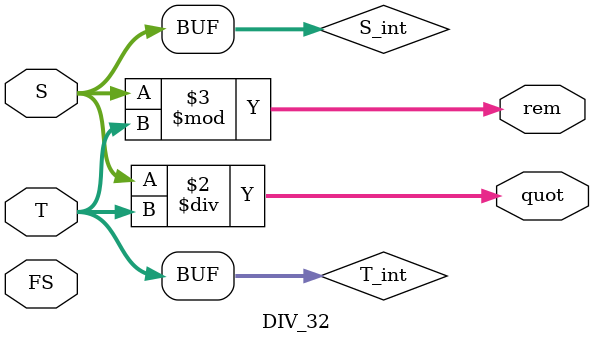
<source format=v>
`timescale 1ns / 1ps
/*********************************************************
 * File Name: DIV_32.v
 * Project: MIPS ISA Processor - Senior Project
 * Designer: Steven Sallack & Michael Diep
 * Email: Steven.Sallack@gmail.com // michaelkhangdiep@gmail.com
 * Rev. Date: 2/23/17
 *
 * Purpose: This module is used to perform signed division.
 *          It requires the 5-bit opcode, two 32-bit data
 *          inputs, and has two outputs.
 *          The quotient is stored in the lower bits (Y_lo).
 *          The remainder is stored in the upper bits (Y_hi).
 *          S and T must be casted to integers, otherwise
 *          the values are treated as unsigned datatypes.
 *
 * Notes:   Rev Date 2/2 - updated comments and header
 *          Rev Data 2/23/18 - explained reason for typecast
 *********************************************************/
module DIV_32(FS, S, T, quot, rem);

 input [4:0] FS;
 input [31:0] S, T;

 output [31:0] quot, rem;
 
 integer S_int, T_int;
 
//Cast S & T to Integer//
//Signed div. will not work correctly
//on default unsigned datatype
 always @ (*)
   begin
   S_int <= S;
   T_int <= T;
   end
     
  assign quot = S_int / T_int;
  assign rem  = S_int % T_int;
  
endmodule

</source>
